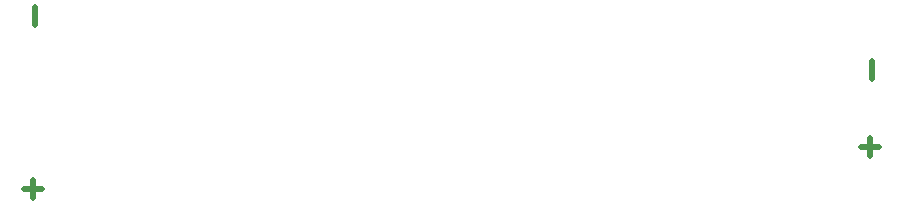
<source format=gbp>
G04 #@! TF.GenerationSoftware,KiCad,Pcbnew,(5.1.2)-2*
G04 #@! TF.CreationDate,2019-10-31T11:57:37-10:00*
G04 #@! TF.ProjectId,buck converter,6275636b-2063-46f6-9e76-65727465722e,rev?*
G04 #@! TF.SameCoordinates,Original*
G04 #@! TF.FileFunction,Paste,Bot*
G04 #@! TF.FilePolarity,Positive*
%FSLAX46Y46*%
G04 Gerber Fmt 4.6, Leading zero omitted, Abs format (unit mm)*
G04 Created by KiCad (PCBNEW (5.1.2)-2) date 2019-10-31 11:57:37*
%MOMM*%
%LPD*%
G04 APERTURE LIST*
%ADD10C,0.500000*%
G04 APERTURE END LIST*
D10*
X99710857Y-47244095D02*
X99710857Y-48767904D01*
X100329904Y-62626857D02*
X98806095Y-62626857D01*
X99568000Y-63388761D02*
X99568000Y-61864952D01*
X170576857Y-51816095D02*
X170576857Y-53339904D01*
X171195904Y-59070857D02*
X169672095Y-59070857D01*
X170434000Y-59832761D02*
X170434000Y-58308952D01*
M02*

</source>
